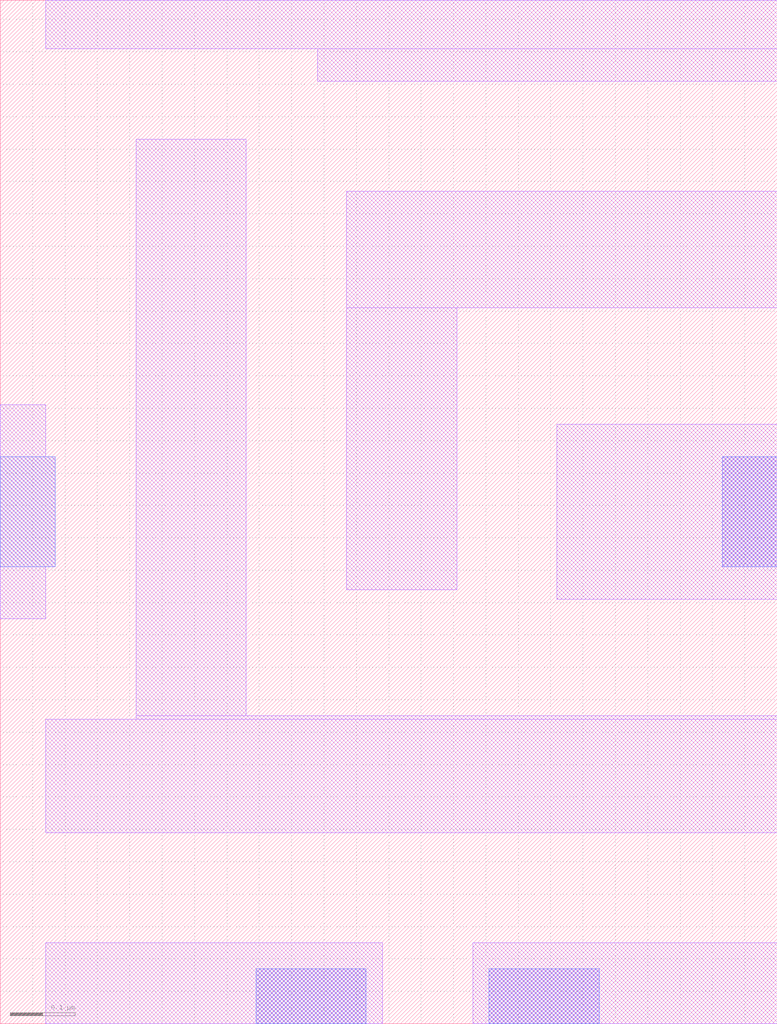
<source format=lef>
# Copyright 2020 The SkyWater PDK Authors
#
# Licensed under the Apache License, Version 2.0 (the "License");
# you may not use this file except in compliance with the License.
# You may obtain a copy of the License at
#
#     https://www.apache.org/licenses/LICENSE-2.0
#
# Unless required by applicable law or agreed to in writing, software
# distributed under the License is distributed on an "AS IS" BASIS,
# WITHOUT WARRANTIES OR CONDITIONS OF ANY KIND, either express or implied.
# See the License for the specific language governing permissions and
# limitations under the License.
#
# SPDX-License-Identifier: Apache-2.0

VERSION 5.7 ;
  NOWIREEXTENSIONATPIN ON ;
  DIVIDERCHAR "/" ;
  BUSBITCHARS "[]" ;
MACRO sky130_fd_bd_sram__sram_dp_cell_half_limcon_optc
  CLASS BLOCK ;
  FOREIGN sky130_fd_bd_sram__sram_dp_cell_half_limcon_optc ;
  ORIGIN  0.000000  0.000000 ;
  SIZE  1.200000 BY  1.580000 ;
  OBS
    LAYER li1 ;
      RECT 0.000000 0.625000 0.070000 0.705000 ;
      RECT 0.000000 0.705000 0.085000 0.875000 ;
      RECT 0.000000 0.875000 0.070000 0.955000 ;
      RECT 0.070000 0.000000 0.590000 0.125000 ;
      RECT 0.070000 0.295000 1.200000 0.470000 ;
      RECT 0.070000 1.505000 1.200000 1.580000 ;
      RECT 0.210000 0.470000 1.200000 0.475000 ;
      RECT 0.210000 0.475000 0.380000 1.365000 ;
      RECT 0.490000 1.455000 1.200000 1.505000 ;
      RECT 0.535000 0.670000 0.705000 1.105000 ;
      RECT 0.535000 1.105000 1.200000 1.285000 ;
      RECT 0.730000 0.000000 1.200000 0.125000 ;
      RECT 0.860000 0.655000 1.200000 0.925000 ;
    LAYER mcon ;
      RECT 0.395000 0.000000 0.565000 0.085000 ;
      RECT 0.755000 0.000000 0.925000 0.085000 ;
      RECT 1.115000 0.705000 1.200000 0.875000 ;
    LAYER met1 ;
      RECT 0.000000 0.705000 0.085000 0.875000 ;
      RECT 0.395000 0.000000 0.565000 0.085000 ;
      RECT 0.755000 0.000000 0.925000 0.085000 ;
      RECT 1.115000 0.705000 1.200000 0.875000 ;
  END
END sky130_fd_bd_sram__sram_dp_cell_half_limcon_optc
END LIBRARY

</source>
